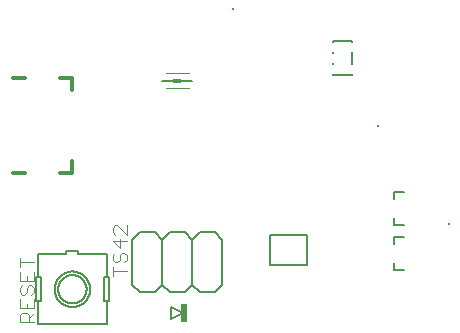
<source format=gto>
G75*
%MOIN*%
%OFA0B0*%
%FSLAX25Y25*%
%IPPOS*%
%LPD*%
%AMOC8*
5,1,8,0,0,1.08239X$1,22.5*
%
%ADD10C,0.00800*%
%ADD11R,0.02400X0.06200*%
%ADD12R,0.00768X0.00768*%
%ADD13C,0.01200*%
%ADD14C,0.00600*%
%ADD15R,0.00787X0.00787*%
%ADD16C,0.00500*%
%ADD17C,0.00276*%
%ADD18R,0.02756X0.01181*%
%ADD19C,0.00400*%
D10*
X0066378Y0019631D02*
X0066378Y0023569D01*
X0070315Y0021600D01*
X0066378Y0019631D01*
X0140591Y0036088D02*
X0143740Y0036088D01*
X0140591Y0036088D02*
X0140591Y0038450D01*
X0140591Y0044750D02*
X0140591Y0047112D01*
X0143740Y0047112D01*
X0143740Y0051088D02*
X0140591Y0051088D01*
X0140591Y0053450D01*
X0140591Y0059750D02*
X0140591Y0062112D01*
X0143740Y0062112D01*
D11*
X0070546Y0021600D03*
D12*
X0158730Y0051216D03*
D13*
X0033157Y0068352D02*
X0033157Y0072289D01*
X0033157Y0068352D02*
X0029220Y0068352D01*
X0017409Y0068352D02*
X0013472Y0068352D01*
X0033157Y0095911D02*
X0033157Y0099848D01*
X0033086Y0099820D02*
X0029220Y0099820D01*
X0029220Y0099848D01*
X0017409Y0099848D02*
X0013472Y0099848D01*
D14*
X0055846Y0048600D02*
X0060846Y0048600D01*
X0063346Y0046100D01*
X0063346Y0031100D01*
X0060846Y0028600D01*
X0055846Y0028600D01*
X0053346Y0031100D01*
X0053346Y0046100D01*
X0055846Y0048600D01*
X0063346Y0046100D02*
X0065846Y0048600D01*
X0070846Y0048600D01*
X0073346Y0046100D01*
X0073346Y0031100D01*
X0070846Y0028600D01*
X0065846Y0028600D01*
X0063346Y0031100D01*
X0073346Y0031100D02*
X0075846Y0028600D01*
X0080846Y0028600D01*
X0083346Y0031100D01*
X0083346Y0046100D01*
X0080846Y0048600D01*
X0075846Y0048600D01*
X0073346Y0046100D01*
X0120157Y0101002D02*
X0120157Y0101372D01*
X0120157Y0101002D02*
X0126535Y0101002D01*
X0126535Y0101372D01*
X0126535Y0104545D02*
X0126535Y0108655D01*
X0126535Y0111828D02*
X0126535Y0112198D01*
X0120157Y0112198D01*
X0120157Y0111828D01*
X0120157Y0108655D02*
X0120157Y0108285D01*
X0120157Y0104915D02*
X0120157Y0104545D01*
D15*
X0135240Y0084100D03*
X0086740Y0123100D03*
D16*
X0021972Y0025663D02*
X0021972Y0017880D01*
X0044720Y0017880D01*
X0044720Y0025663D01*
X0045508Y0025663D01*
X0045508Y0033537D01*
X0044720Y0033537D01*
X0044720Y0041320D01*
X0035315Y0041320D01*
X0035315Y0042305D01*
X0031378Y0042305D01*
X0031378Y0041320D01*
X0021972Y0041320D01*
X0021972Y0033537D01*
X0021185Y0033537D01*
X0021185Y0025663D01*
X0021972Y0025663D01*
X0022760Y0025663D01*
X0022760Y0033537D01*
X0021972Y0033537D01*
X0028622Y0029600D02*
X0028624Y0029737D01*
X0028630Y0029875D01*
X0028640Y0030012D01*
X0028654Y0030148D01*
X0028672Y0030285D01*
X0028694Y0030420D01*
X0028720Y0030555D01*
X0028749Y0030689D01*
X0028783Y0030823D01*
X0028820Y0030955D01*
X0028862Y0031086D01*
X0028907Y0031216D01*
X0028956Y0031344D01*
X0029008Y0031471D01*
X0029065Y0031596D01*
X0029124Y0031720D01*
X0029188Y0031842D01*
X0029255Y0031962D01*
X0029325Y0032080D01*
X0029399Y0032196D01*
X0029476Y0032310D01*
X0029557Y0032421D01*
X0029640Y0032530D01*
X0029727Y0032637D01*
X0029817Y0032740D01*
X0029910Y0032842D01*
X0030006Y0032940D01*
X0030104Y0033036D01*
X0030206Y0033129D01*
X0030309Y0033219D01*
X0030416Y0033306D01*
X0030525Y0033389D01*
X0030636Y0033470D01*
X0030750Y0033547D01*
X0030866Y0033621D01*
X0030984Y0033691D01*
X0031104Y0033758D01*
X0031226Y0033822D01*
X0031350Y0033881D01*
X0031475Y0033938D01*
X0031602Y0033990D01*
X0031730Y0034039D01*
X0031860Y0034084D01*
X0031991Y0034126D01*
X0032123Y0034163D01*
X0032257Y0034197D01*
X0032391Y0034226D01*
X0032526Y0034252D01*
X0032661Y0034274D01*
X0032798Y0034292D01*
X0032934Y0034306D01*
X0033071Y0034316D01*
X0033209Y0034322D01*
X0033346Y0034324D01*
X0033483Y0034322D01*
X0033621Y0034316D01*
X0033758Y0034306D01*
X0033894Y0034292D01*
X0034031Y0034274D01*
X0034166Y0034252D01*
X0034301Y0034226D01*
X0034435Y0034197D01*
X0034569Y0034163D01*
X0034701Y0034126D01*
X0034832Y0034084D01*
X0034962Y0034039D01*
X0035090Y0033990D01*
X0035217Y0033938D01*
X0035342Y0033881D01*
X0035466Y0033822D01*
X0035588Y0033758D01*
X0035708Y0033691D01*
X0035826Y0033621D01*
X0035942Y0033547D01*
X0036056Y0033470D01*
X0036167Y0033389D01*
X0036276Y0033306D01*
X0036383Y0033219D01*
X0036486Y0033129D01*
X0036588Y0033036D01*
X0036686Y0032940D01*
X0036782Y0032842D01*
X0036875Y0032740D01*
X0036965Y0032637D01*
X0037052Y0032530D01*
X0037135Y0032421D01*
X0037216Y0032310D01*
X0037293Y0032196D01*
X0037367Y0032080D01*
X0037437Y0031962D01*
X0037504Y0031842D01*
X0037568Y0031720D01*
X0037627Y0031596D01*
X0037684Y0031471D01*
X0037736Y0031344D01*
X0037785Y0031216D01*
X0037830Y0031086D01*
X0037872Y0030955D01*
X0037909Y0030823D01*
X0037943Y0030689D01*
X0037972Y0030555D01*
X0037998Y0030420D01*
X0038020Y0030285D01*
X0038038Y0030148D01*
X0038052Y0030012D01*
X0038062Y0029875D01*
X0038068Y0029737D01*
X0038070Y0029600D01*
X0038068Y0029463D01*
X0038062Y0029325D01*
X0038052Y0029188D01*
X0038038Y0029052D01*
X0038020Y0028915D01*
X0037998Y0028780D01*
X0037972Y0028645D01*
X0037943Y0028511D01*
X0037909Y0028377D01*
X0037872Y0028245D01*
X0037830Y0028114D01*
X0037785Y0027984D01*
X0037736Y0027856D01*
X0037684Y0027729D01*
X0037627Y0027604D01*
X0037568Y0027480D01*
X0037504Y0027358D01*
X0037437Y0027238D01*
X0037367Y0027120D01*
X0037293Y0027004D01*
X0037216Y0026890D01*
X0037135Y0026779D01*
X0037052Y0026670D01*
X0036965Y0026563D01*
X0036875Y0026460D01*
X0036782Y0026358D01*
X0036686Y0026260D01*
X0036588Y0026164D01*
X0036486Y0026071D01*
X0036383Y0025981D01*
X0036276Y0025894D01*
X0036167Y0025811D01*
X0036056Y0025730D01*
X0035942Y0025653D01*
X0035826Y0025579D01*
X0035708Y0025509D01*
X0035588Y0025442D01*
X0035466Y0025378D01*
X0035342Y0025319D01*
X0035217Y0025262D01*
X0035090Y0025210D01*
X0034962Y0025161D01*
X0034832Y0025116D01*
X0034701Y0025074D01*
X0034569Y0025037D01*
X0034435Y0025003D01*
X0034301Y0024974D01*
X0034166Y0024948D01*
X0034031Y0024926D01*
X0033894Y0024908D01*
X0033758Y0024894D01*
X0033621Y0024884D01*
X0033483Y0024878D01*
X0033346Y0024876D01*
X0033209Y0024878D01*
X0033071Y0024884D01*
X0032934Y0024894D01*
X0032798Y0024908D01*
X0032661Y0024926D01*
X0032526Y0024948D01*
X0032391Y0024974D01*
X0032257Y0025003D01*
X0032123Y0025037D01*
X0031991Y0025074D01*
X0031860Y0025116D01*
X0031730Y0025161D01*
X0031602Y0025210D01*
X0031475Y0025262D01*
X0031350Y0025319D01*
X0031226Y0025378D01*
X0031104Y0025442D01*
X0030984Y0025509D01*
X0030866Y0025579D01*
X0030750Y0025653D01*
X0030636Y0025730D01*
X0030525Y0025811D01*
X0030416Y0025894D01*
X0030309Y0025981D01*
X0030206Y0026071D01*
X0030104Y0026164D01*
X0030006Y0026260D01*
X0029910Y0026358D01*
X0029817Y0026460D01*
X0029727Y0026563D01*
X0029640Y0026670D01*
X0029557Y0026779D01*
X0029476Y0026890D01*
X0029399Y0027004D01*
X0029325Y0027120D01*
X0029255Y0027238D01*
X0029188Y0027358D01*
X0029124Y0027480D01*
X0029065Y0027604D01*
X0029008Y0027729D01*
X0028956Y0027856D01*
X0028907Y0027984D01*
X0028862Y0028114D01*
X0028820Y0028245D01*
X0028783Y0028377D01*
X0028749Y0028511D01*
X0028720Y0028645D01*
X0028694Y0028780D01*
X0028672Y0028915D01*
X0028654Y0029052D01*
X0028640Y0029188D01*
X0028630Y0029325D01*
X0028624Y0029463D01*
X0028622Y0029600D01*
X0027440Y0029600D02*
X0027442Y0029753D01*
X0027448Y0029907D01*
X0027458Y0030060D01*
X0027472Y0030212D01*
X0027490Y0030365D01*
X0027512Y0030516D01*
X0027537Y0030667D01*
X0027567Y0030818D01*
X0027601Y0030968D01*
X0027638Y0031116D01*
X0027679Y0031264D01*
X0027724Y0031410D01*
X0027773Y0031556D01*
X0027826Y0031700D01*
X0027882Y0031842D01*
X0027942Y0031983D01*
X0028006Y0032123D01*
X0028073Y0032261D01*
X0028144Y0032397D01*
X0028219Y0032531D01*
X0028296Y0032663D01*
X0028378Y0032793D01*
X0028462Y0032921D01*
X0028550Y0033047D01*
X0028641Y0033170D01*
X0028735Y0033291D01*
X0028833Y0033409D01*
X0028933Y0033525D01*
X0029037Y0033638D01*
X0029143Y0033749D01*
X0029252Y0033857D01*
X0029364Y0033962D01*
X0029478Y0034063D01*
X0029596Y0034162D01*
X0029715Y0034258D01*
X0029837Y0034351D01*
X0029962Y0034440D01*
X0030089Y0034527D01*
X0030218Y0034609D01*
X0030349Y0034689D01*
X0030482Y0034765D01*
X0030617Y0034838D01*
X0030754Y0034907D01*
X0030893Y0034972D01*
X0031033Y0035034D01*
X0031175Y0035092D01*
X0031318Y0035147D01*
X0031463Y0035198D01*
X0031609Y0035245D01*
X0031756Y0035288D01*
X0031904Y0035327D01*
X0032053Y0035363D01*
X0032203Y0035394D01*
X0032354Y0035422D01*
X0032505Y0035446D01*
X0032658Y0035466D01*
X0032810Y0035482D01*
X0032963Y0035494D01*
X0033116Y0035502D01*
X0033269Y0035506D01*
X0033423Y0035506D01*
X0033576Y0035502D01*
X0033729Y0035494D01*
X0033882Y0035482D01*
X0034034Y0035466D01*
X0034187Y0035446D01*
X0034338Y0035422D01*
X0034489Y0035394D01*
X0034639Y0035363D01*
X0034788Y0035327D01*
X0034936Y0035288D01*
X0035083Y0035245D01*
X0035229Y0035198D01*
X0035374Y0035147D01*
X0035517Y0035092D01*
X0035659Y0035034D01*
X0035799Y0034972D01*
X0035938Y0034907D01*
X0036075Y0034838D01*
X0036210Y0034765D01*
X0036343Y0034689D01*
X0036474Y0034609D01*
X0036603Y0034527D01*
X0036730Y0034440D01*
X0036855Y0034351D01*
X0036977Y0034258D01*
X0037096Y0034162D01*
X0037214Y0034063D01*
X0037328Y0033962D01*
X0037440Y0033857D01*
X0037549Y0033749D01*
X0037655Y0033638D01*
X0037759Y0033525D01*
X0037859Y0033409D01*
X0037957Y0033291D01*
X0038051Y0033170D01*
X0038142Y0033047D01*
X0038230Y0032921D01*
X0038314Y0032793D01*
X0038396Y0032663D01*
X0038473Y0032531D01*
X0038548Y0032397D01*
X0038619Y0032261D01*
X0038686Y0032123D01*
X0038750Y0031983D01*
X0038810Y0031842D01*
X0038866Y0031700D01*
X0038919Y0031556D01*
X0038968Y0031410D01*
X0039013Y0031264D01*
X0039054Y0031116D01*
X0039091Y0030968D01*
X0039125Y0030818D01*
X0039155Y0030667D01*
X0039180Y0030516D01*
X0039202Y0030365D01*
X0039220Y0030212D01*
X0039234Y0030060D01*
X0039244Y0029907D01*
X0039250Y0029753D01*
X0039252Y0029600D01*
X0039250Y0029447D01*
X0039244Y0029293D01*
X0039234Y0029140D01*
X0039220Y0028988D01*
X0039202Y0028835D01*
X0039180Y0028684D01*
X0039155Y0028533D01*
X0039125Y0028382D01*
X0039091Y0028232D01*
X0039054Y0028084D01*
X0039013Y0027936D01*
X0038968Y0027790D01*
X0038919Y0027644D01*
X0038866Y0027500D01*
X0038810Y0027358D01*
X0038750Y0027217D01*
X0038686Y0027077D01*
X0038619Y0026939D01*
X0038548Y0026803D01*
X0038473Y0026669D01*
X0038396Y0026537D01*
X0038314Y0026407D01*
X0038230Y0026279D01*
X0038142Y0026153D01*
X0038051Y0026030D01*
X0037957Y0025909D01*
X0037859Y0025791D01*
X0037759Y0025675D01*
X0037655Y0025562D01*
X0037549Y0025451D01*
X0037440Y0025343D01*
X0037328Y0025238D01*
X0037214Y0025137D01*
X0037096Y0025038D01*
X0036977Y0024942D01*
X0036855Y0024849D01*
X0036730Y0024760D01*
X0036603Y0024673D01*
X0036474Y0024591D01*
X0036343Y0024511D01*
X0036210Y0024435D01*
X0036075Y0024362D01*
X0035938Y0024293D01*
X0035799Y0024228D01*
X0035659Y0024166D01*
X0035517Y0024108D01*
X0035374Y0024053D01*
X0035229Y0024002D01*
X0035083Y0023955D01*
X0034936Y0023912D01*
X0034788Y0023873D01*
X0034639Y0023837D01*
X0034489Y0023806D01*
X0034338Y0023778D01*
X0034187Y0023754D01*
X0034034Y0023734D01*
X0033882Y0023718D01*
X0033729Y0023706D01*
X0033576Y0023698D01*
X0033423Y0023694D01*
X0033269Y0023694D01*
X0033116Y0023698D01*
X0032963Y0023706D01*
X0032810Y0023718D01*
X0032658Y0023734D01*
X0032505Y0023754D01*
X0032354Y0023778D01*
X0032203Y0023806D01*
X0032053Y0023837D01*
X0031904Y0023873D01*
X0031756Y0023912D01*
X0031609Y0023955D01*
X0031463Y0024002D01*
X0031318Y0024053D01*
X0031175Y0024108D01*
X0031033Y0024166D01*
X0030893Y0024228D01*
X0030754Y0024293D01*
X0030617Y0024362D01*
X0030482Y0024435D01*
X0030349Y0024511D01*
X0030218Y0024591D01*
X0030089Y0024673D01*
X0029962Y0024760D01*
X0029837Y0024849D01*
X0029715Y0024942D01*
X0029596Y0025038D01*
X0029478Y0025137D01*
X0029364Y0025238D01*
X0029252Y0025343D01*
X0029143Y0025451D01*
X0029037Y0025562D01*
X0028933Y0025675D01*
X0028833Y0025791D01*
X0028735Y0025909D01*
X0028641Y0026030D01*
X0028550Y0026153D01*
X0028462Y0026279D01*
X0028378Y0026407D01*
X0028296Y0026537D01*
X0028219Y0026669D01*
X0028144Y0026803D01*
X0028073Y0026939D01*
X0028006Y0027077D01*
X0027942Y0027217D01*
X0027882Y0027358D01*
X0027826Y0027500D01*
X0027773Y0027644D01*
X0027724Y0027790D01*
X0027679Y0027936D01*
X0027638Y0028084D01*
X0027601Y0028232D01*
X0027567Y0028382D01*
X0027537Y0028533D01*
X0027512Y0028684D01*
X0027490Y0028835D01*
X0027472Y0028988D01*
X0027458Y0029140D01*
X0027448Y0029293D01*
X0027442Y0029447D01*
X0027440Y0029600D01*
X0043933Y0025663D02*
X0044720Y0025663D01*
X0043933Y0025663D02*
X0043933Y0033537D01*
X0044720Y0033537D01*
X0099047Y0037679D02*
X0099047Y0047521D01*
X0111646Y0047521D01*
X0111646Y0037679D01*
X0099047Y0037679D01*
X0073071Y0099100D02*
X0063228Y0099100D01*
D17*
X0064409Y0096639D02*
X0072283Y0096639D01*
X0072283Y0101561D02*
X0064409Y0101561D01*
D18*
X0068346Y0099100D03*
D19*
X0051398Y0050870D02*
X0051398Y0047801D01*
X0048329Y0050870D01*
X0047562Y0050870D01*
X0046795Y0050103D01*
X0046795Y0048568D01*
X0047562Y0047801D01*
X0049096Y0046266D02*
X0049096Y0043197D01*
X0046795Y0045499D01*
X0051398Y0045499D01*
X0050631Y0041662D02*
X0049864Y0041662D01*
X0049096Y0040895D01*
X0049096Y0039360D01*
X0048329Y0038593D01*
X0047562Y0038593D01*
X0046795Y0039360D01*
X0046795Y0040895D01*
X0047562Y0041662D01*
X0050631Y0041662D02*
X0051398Y0040895D01*
X0051398Y0039360D01*
X0050631Y0038593D01*
X0051398Y0035524D02*
X0046795Y0035524D01*
X0046795Y0037058D02*
X0046795Y0033989D01*
X0020430Y0035472D02*
X0020430Y0032403D01*
X0015826Y0032403D01*
X0015826Y0035472D01*
X0015826Y0037007D02*
X0015826Y0040076D01*
X0015826Y0038542D02*
X0020430Y0038542D01*
X0018128Y0033938D02*
X0018128Y0032403D01*
X0018895Y0030868D02*
X0019663Y0030868D01*
X0020430Y0030101D01*
X0020430Y0028567D01*
X0019663Y0027799D01*
X0020430Y0026265D02*
X0020430Y0023195D01*
X0015826Y0023195D01*
X0015826Y0026265D01*
X0016593Y0027799D02*
X0017361Y0027799D01*
X0018128Y0028567D01*
X0018128Y0030101D01*
X0018895Y0030868D01*
X0016593Y0030868D02*
X0015826Y0030101D01*
X0015826Y0028567D01*
X0016593Y0027799D01*
X0018128Y0024730D02*
X0018128Y0023195D01*
X0018128Y0021661D02*
X0016593Y0021661D01*
X0015826Y0020893D01*
X0015826Y0018591D01*
X0020430Y0018591D01*
X0018895Y0018591D02*
X0018895Y0020893D01*
X0018128Y0021661D01*
X0018895Y0020126D02*
X0020430Y0021661D01*
M02*

</source>
